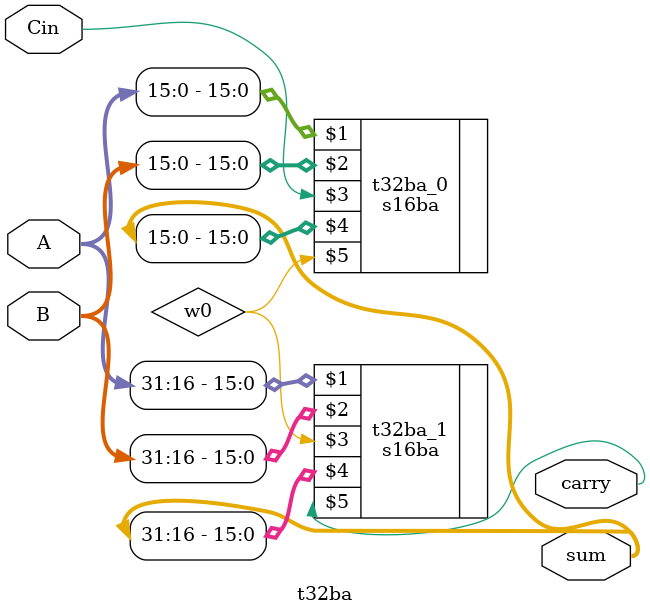
<source format=v>
`include "16ba.v"
module t32ba(A,B,Cin,sum,carry);
input [31:0] A,B;
output [31:0] sum;
input Cin;
output carry;
wire w0;
s16ba t32ba_0(A[15:0],B[15:0],Cin,sum[15:0],w0);
s16ba t32ba_1(A[31:16],B[31:16],w0,sum[31:16],carry);
endmodule

</source>
